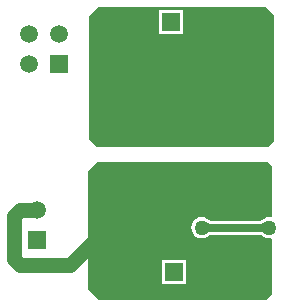
<source format=gbl>
G04 Layer_Physical_Order=2*
G04 Layer_Color=16711680*
%FSLAX25Y25*%
%MOIN*%
G70*
G01*
G75*
%ADD14C,0.02000*%
%ADD15C,0.05000*%
%ADD16C,0.02500*%
%ADD17C,0.05906*%
%ADD18R,0.05906X0.05906*%
%ADD19R,0.05906X0.05906*%
%ADD20C,0.05000*%
G36*
X417715Y328250D02*
X417608Y328345D01*
X417483Y328430D01*
X417340Y328505D01*
X417179Y328570D01*
X417000Y328625D01*
X416803Y328670D01*
X416588Y328705D01*
X416355Y328730D01*
X415835Y328750D01*
Y331250D01*
X416104Y331255D01*
X416588Y331295D01*
X416803Y331330D01*
X417000Y331375D01*
X417179Y331430D01*
X417340Y331495D01*
X417483Y331570D01*
X417608Y331655D01*
X417715Y331750D01*
Y328250D01*
D02*
G37*
G36*
X398892Y331655D02*
X399017Y331570D01*
X399160Y331495D01*
X399321Y331430D01*
X399500Y331375D01*
X399697Y331330D01*
X399912Y331295D01*
X400145Y331270D01*
X400665Y331250D01*
Y328750D01*
X400396Y328745D01*
X399912Y328705D01*
X399697Y328670D01*
X399500Y328625D01*
X399321Y328570D01*
X399160Y328505D01*
X399017Y328430D01*
X398892Y328345D01*
X398785Y328250D01*
Y331750D01*
X398892Y331655D01*
D02*
G37*
G36*
X420500Y350500D02*
Y333893D01*
X420000Y333464D01*
X419500Y333530D01*
X418586Y333410D01*
X417735Y333057D01*
X417004Y332496D01*
X416973Y332457D01*
X416958Y332446D01*
X416911Y332421D01*
X416837Y332392D01*
X416736Y332361D01*
X416607Y332331D01*
X416464Y332308D01*
X416298Y332294D01*
X400158D01*
X400049Y332306D01*
X399893Y332331D01*
X399764Y332361D01*
X399663Y332392D01*
X399589Y332421D01*
X399543Y332446D01*
X399527Y332457D01*
X399496Y332496D01*
X398765Y333057D01*
X397914Y333410D01*
X397000Y333530D01*
X396086Y333410D01*
X395235Y333057D01*
X394504Y332496D01*
X393943Y331765D01*
X393590Y330914D01*
X393470Y330000D01*
X393590Y329086D01*
X393943Y328235D01*
X394504Y327504D01*
X395235Y326943D01*
X396086Y326590D01*
X397000Y326470D01*
X397914Y326590D01*
X398765Y326943D01*
X399496Y327504D01*
X399527Y327543D01*
X399542Y327554D01*
X399589Y327578D01*
X399663Y327608D01*
X399764Y327639D01*
X399893Y327669D01*
X400036Y327692D01*
X400202Y327706D01*
X416342D01*
X416451Y327694D01*
X416607Y327669D01*
X416736Y327639D01*
X416837Y327608D01*
X416911Y327578D01*
X416957Y327554D01*
X416973Y327543D01*
X417004Y327504D01*
X417735Y326943D01*
X418586Y326590D01*
X419500Y326470D01*
X420000Y326536D01*
X420500Y326107D01*
Y308000D01*
X418500Y306000D01*
X362500D01*
X359000Y309500D01*
Y349000D01*
X362000Y352000D01*
X419000D01*
X420500Y350500D01*
D02*
G37*
G36*
X421000Y401000D02*
Y359000D01*
X419000Y357000D01*
X362000D01*
X359500Y359500D01*
Y400500D01*
X362500Y403500D01*
X418500D01*
X421000Y401000D01*
D02*
G37*
%LPC*%
G36*
X391610Y319173D02*
X383705D01*
Y311268D01*
X391610D01*
Y319173D01*
D02*
G37*
G36*
X390665Y402457D02*
X382760D01*
Y394551D01*
X390665D01*
Y402457D01*
D02*
G37*
%LPD*%
D14*
X397657Y315220D02*
X400721D01*
X405500Y320000D01*
D15*
X353000Y317500D02*
X361500Y326000D01*
X336500Y317500D02*
X353000D01*
X334500Y319500D02*
X336500Y317500D01*
X334500Y319500D02*
Y334000D01*
X336500Y336000D01*
X342000D01*
D16*
X397000Y330000D02*
X419500D01*
D17*
X342000Y336000D02*
D03*
X397657Y315220D02*
D03*
X339398Y384528D02*
D03*
X349398Y394528D02*
D03*
X339398D02*
D03*
X396713Y398504D02*
D03*
D18*
X342000Y326000D02*
D03*
X349398Y384528D02*
D03*
D19*
X387657Y315220D02*
D03*
X386713Y398504D02*
D03*
D20*
X397500Y367500D02*
D03*
X374000Y317500D02*
D03*
X405500Y320000D02*
D03*
X397000Y330000D02*
D03*
X419500D02*
D03*
X370000Y379500D02*
D03*
M02*

</source>
